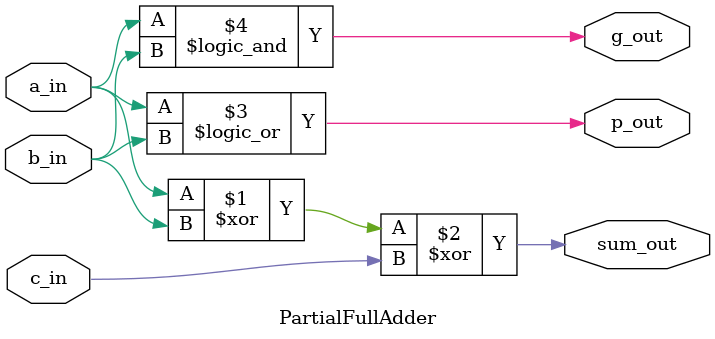
<source format=sv>
`include "preamble.sv"

/**
 * Three bit adder, with carry-lookahead compatible outputs.
 */
module PartialFullAdder (
    output var logic p_out,
    output var logic g_out,
    output var logic sum_out,
    input var  logic a_in,
    input var  logic b_in,
    input var  logic c_in
);
  assign sum_out = a_in ^ b_in ^ c_in;
  assign p_out   = a_in || b_in;
  assign g_out   = a_in && b_in;
endmodule

</source>
